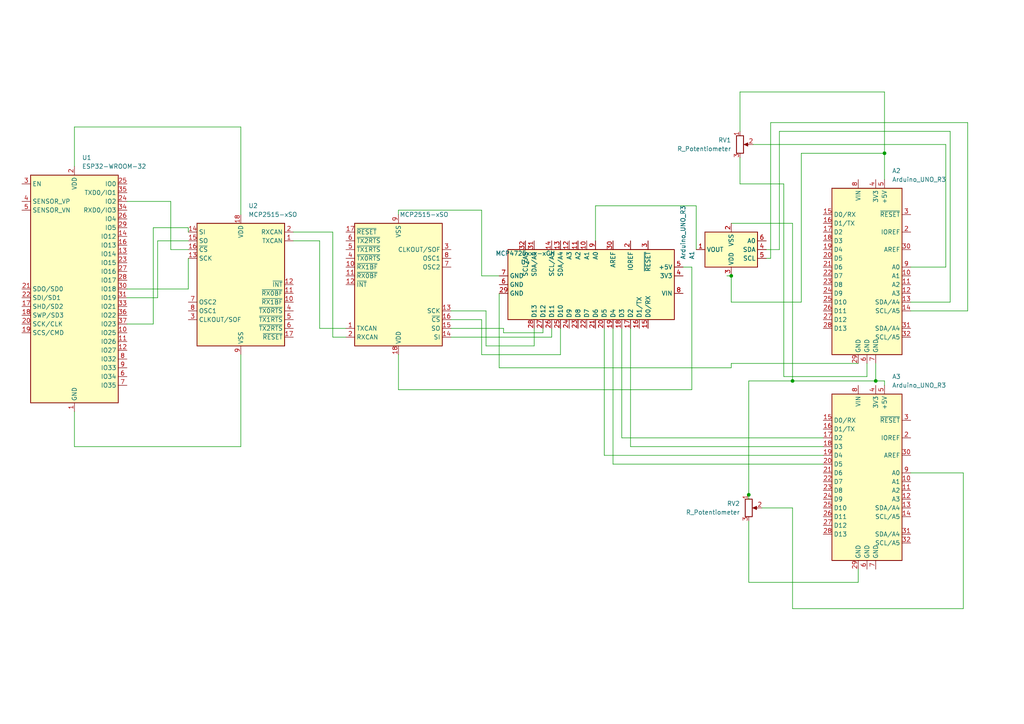
<source format=kicad_sch>
(kicad_sch (version 20230121) (generator eeschema)
  (paper "A4")
  (lib_symbols
    (symbol "Analog_DAC:MCP4725xxx-xCH"
      (property "Reference" "U" (at -6.35 6.35 0))
      (property "Value" "MCP4725xxx-xCH" (at 8.89 6.35 0))
      (symbol "MCP4725xxx-xCH_0_1"
        (rectangle (start -7.62 5.08) (end 7.62 -5.08) (stroke (width 0.254)) (fill (type background)))
      )
      (symbol "MCP4725xxx-xCH_1_1"
        (pin output line (at 10.16 0 180) (length 2.54) (name "VOUT") (number "1"))
        (pin power_in line (at 0 -7.62 90) (length 2.54) (name "VSS") (number "2"))
        (pin power_in line (at 0 7.62 270) (length 2.54) (name "VDD") (number "3"))
        (pin bidirectional line (at -10.16 0 0) (length 2.54) (name "SDA") (number "4"))
        (pin input line (at -10.16 2.54 0) (length 2.54) (name "SCL") (number "5"))
        (pin input line (at -10.16 -2.54 0) (length 2.54) (name "A0") (number "6"))
      )
    )
    (symbol "Device:R_Potentiometer" (pin_names (offset 1.016) hide)
      (property "Reference" "RV" (at -4.445 0 90))
      (property "Value" "R_Potentiometer" (at -2.54 0 90))
      (symbol "R_Potentiometer_0_1"
        (polyline (pts (xy 2.54 0) (xy 1.524 0)))
        (polyline (pts (xy 1.143 0) (xy 2.286 0.508) (xy 2.286 -0.508) (xy 1.143 0)) (fill (type outline)))
        (rectangle (start 1.016 2.54) (end -1.016 -2.54) (stroke (width 0.254)))
      )
      (symbol "R_Potentiometer_1_1"
        (pin passive line (at 0 3.81 270) (length 1.27) (name "1") (number "1"))
        (pin passive line (at 3.81 0 180) (length 1.27) (name "2") (number "2"))
        (pin passive line (at 0 -3.81 90) (length 1.27) (name "3") (number "3"))
      )
    )
    (symbol "Interface_CAN_LIN:MCP2515-xSO"
      (property "Reference" "U" (at -10.16 19.685 0))
      (property "Value" "MCP2515-xSO" (at 19.05 20.32 0))
      (symbol "MCP2515-xSO_0_1"
        (rectangle (start -12.7 17.78) (end 12.7 -17.78) (stroke (width 0.254)) (fill (type background)))
      )
      (symbol "MCP2515-xSO_1_1"
        (pin output line (at 15.24 12.7 180) (length 2.54) (name "TXCAN") (number "1"))
        (pin output line (at 15.24 -5.08 180) (length 2.54) (name "~{RX1BF}") (number "10"))
        (pin output line (at 15.24 -2.54 180) (length 2.54) (name "~{RX0BF}") (number "11"))
        (pin output line (at 15.24 0 180) (length 2.54) (name "~{INT}") (number "12"))
        (pin input line (at -15.24 7.62 0) (length 2.54) (name "SCK") (number "13"))
        (pin input line (at -15.24 15.24 0) (length 2.54) (name "SI") (number "14"))
        (pin output line (at -15.24 12.7 0) (length 2.54) (name "SO") (number "15"))
        (pin input line (at -15.24 10.16 0) (length 2.54) (name "~{CS}") (number "16"))
        (pin input line (at 15.24 -15.24 180) (length 2.54) (name "~{RESET}") (number "17"))
        (pin power_in line (at 0 20.32 270) (length 2.54) (name "VDD") (number "18"))
        (pin input line (at 15.24 15.24 180) (length 2.54) (name "RXCAN") (number "2"))
        (pin output line (at -15.24 -10.16 0) (length 2.54) (name "CLKOUT/SOF") (number "3"))
        (pin input line (at 15.24 -7.62 180) (length 2.54) (name "~{TX0RTS}") (number "4"))
        (pin input line (at 15.24 -10.16 180) (length 2.54) (name "~{TX1RTS}") (number "5"))
        (pin input line (at 15.24 -12.7 180) (length 2.54) (name "~{TX2RTS}") (number "6"))
        (pin output line (at -15.24 -5.08 0) (length 2.54) (name "OSC2") (number "7"))
        (pin input line (at -15.24 -7.62 0) (length 2.54) (name "OSC1") (number "8"))
        (pin power_in line (at 0 -20.32 90) (length 2.54) (name "VSS") (number "9"))
      )
    )
    (symbol "MCU_Module:Arduino_UNO_R3"
      (property "Reference" "A" (at -10.16 23.495 0))
      (property "Value" "Arduino_UNO_R3" (at 5.08 -26.67 0))
      (symbol "Arduino_UNO_R3_0_1"
        (rectangle (start -10.16 22.86) (end 10.16 -25.4) (stroke (width 0.254)) (fill (type background)))
      )
      (symbol "Arduino_UNO_R3_1_1"
        (pin no_connect line (at -10.16 -20.32 0) (length 2.54) hide (name "NC") (number "1"))
        (pin bidirectional line (at 12.7 -2.54 180) (length 2.54) (name "A1") (number "10"))
        (pin bidirectional line (at 12.7 -5.08 180) (length 2.54) (name "A2") (number "11"))
        (pin bidirectional line (at 12.7 -7.62 180) (length 2.54) (name "A3") (number "12"))
        (pin bidirectional line (at 12.7 -10.16 180) (length 2.54) (name "SDA/A4") (number "13"))
        (pin bidirectional line (at 12.7 -12.7 180) (length 2.54) (name "SCL/A5") (number "14"))
        (pin bidirectional line (at -12.7 15.24 0) (length 2.54) (name "D0/RX") (number "15"))
        (pin bidirectional line (at -12.7 12.7 0) (length 2.54) (name "D1/TX") (number "16"))
        (pin bidirectional line (at -12.7 10.16 0) (length 2.54) (name "D2") (number "17"))
        (pin bidirectional line (at -12.7 7.62 0) (length 2.54) (name "D3") (number "18"))
        (pin bidirectional line (at -12.7 5.08 0) (length 2.54) (name "D4") (number "19"))
        (pin output line (at 12.7 10.16 180) (length 2.54) (name "IOREF") (number "2"))
        (pin bidirectional line (at -12.7 2.54 0) (length 2.54) (name "D5") (number "20"))
        (pin bidirectional line (at -12.7 0 0) (length 2.54) (name "D6") (number "21"))
        (pin bidirectional line (at -12.7 -2.54 0) (length 2.54) (name "D7") (number "22"))
        (pin bidirectional line (at -12.7 -5.08 0) (length 2.54) (name "D8") (number "23"))
        (pin bidirectional line (at -12.7 -7.62 0) (length 2.54) (name "D9") (number "24"))
        (pin bidirectional line (at -12.7 -10.16 0) (length 2.54) (name "D10") (number "25"))
        (pin bidirectional line (at -12.7 -12.7 0) (length 2.54) (name "D11") (number "26"))
        (pin bidirectional line (at -12.7 -15.24 0) (length 2.54) (name "D12") (number "27"))
        (pin bidirectional line (at -12.7 -17.78 0) (length 2.54) (name "D13") (number "28"))
        (pin power_in line (at -2.54 -27.94 90) (length 2.54) (name "GND") (number "29"))
        (pin input line (at 12.7 15.24 180) (length 2.54) (name "~{RESET}") (number "3"))
        (pin input line (at 12.7 5.08 180) (length 2.54) (name "AREF") (number "30"))
        (pin bidirectional line (at 12.7 -17.78 180) (length 2.54) (name "SDA/A4") (number "31"))
        (pin bidirectional line (at 12.7 -20.32 180) (length 2.54) (name "SCL/A5") (number "32"))
        (pin power_out line (at 2.54 25.4 270) (length 2.54) (name "3V3") (number "4"))
        (pin power_out line (at 5.08 25.4 270) (length 2.54) (name "+5V") (number "5"))
        (pin power_in line (at 0 -27.94 90) (length 2.54) (name "GND") (number "6"))
        (pin power_in line (at 2.54 -27.94 90) (length 2.54) (name "GND") (number "7"))
        (pin power_in line (at -2.54 25.4 270) (length 2.54) (name "VIN") (number "8"))
        (pin bidirectional line (at 12.7 0 180) (length 2.54) (name "A0") (number "9"))
      )
    )
    (symbol "RF_Module:ESP32-WROOM-32"
      (property "Reference" "U" (at -12.7 34.29 0))
      (property "Value" "ESP32-WROOM-32" (at 1.27 34.29 0))
      (symbol "ESP32-WROOM-32_0_1"
        (rectangle (start -12.7 33.02) (end 12.7 -33.02) (stroke (width 0.254)) (fill (type background)))
      )
      (symbol "ESP32-WROOM-32_1_1"
        (pin power_in line (at 0 -35.56 90) (length 2.54) (name "GND") (number "1"))
        (pin bidirectional line (at 15.24 -12.7 180) (length 2.54) (name "IO25") (number "10"))
        (pin bidirectional line (at 15.24 -15.24 180) (length 2.54) (name "IO26") (number "11"))
        (pin bidirectional line (at 15.24 -17.78 180) (length 2.54) (name "IO27") (number "12"))
        (pin bidirectional line (at 15.24 10.16 180) (length 2.54) (name "IO14") (number "13"))
        (pin bidirectional line (at 15.24 15.24 180) (length 2.54) (name "IO12") (number "14"))
        (pin passive line (at 0 -35.56 90) (length 2.54) hide (name "GND") (number "15"))
        (pin bidirectional line (at 15.24 12.7 180) (length 2.54) (name "IO13") (number "16"))
        (pin bidirectional line (at -15.24 -5.08 0) (length 2.54) (name "SHD/SD2") (number "17"))
        (pin bidirectional line (at -15.24 -7.62 0) (length 2.54) (name "SWP/SD3") (number "18"))
        (pin bidirectional line (at -15.24 -12.7 0) (length 2.54) (name "SCS/CMD") (number "19"))
        (pin power_in line (at 0 35.56 270) (length 2.54) (name "VDD") (number "2"))
        (pin bidirectional line (at -15.24 -10.16 0) (length 2.54) (name "SCK/CLK") (number "20"))
        (pin bidirectional line (at -15.24 0 0) (length 2.54) (name "SDO/SD0") (number "21"))
        (pin bidirectional line (at -15.24 -2.54 0) (length 2.54) (name "SDI/SD1") (number "22"))
        (pin bidirectional line (at 15.24 7.62 180) (length 2.54) (name "IO15") (number "23"))
        (pin bidirectional line (at 15.24 25.4 180) (length 2.54) (name "IO2") (number "24"))
        (pin bidirectional line (at 15.24 30.48 180) (length 2.54) (name "IO0") (number "25"))
        (pin bidirectional line (at 15.24 20.32 180) (length 2.54) (name "IO4") (number "26"))
        (pin bidirectional line (at 15.24 5.08 180) (length 2.54) (name "IO16") (number "27"))
        (pin bidirectional line (at 15.24 2.54 180) (length 2.54) (name "IO17") (number "28"))
        (pin bidirectional line (at 15.24 17.78 180) (length 2.54) (name "IO5") (number "29"))
        (pin input line (at -15.24 30.48 0) (length 2.54) (name "EN") (number "3"))
        (pin bidirectional line (at 15.24 0 180) (length 2.54) (name "IO18") (number "30"))
        (pin bidirectional line (at 15.24 -2.54 180) (length 2.54) (name "IO19") (number "31"))
        (pin no_connect line (at -12.7 -27.94 0) (length 2.54) hide (name "NC") (number "32"))
        (pin bidirectional line (at 15.24 -5.08 180) (length 2.54) (name "IO21") (number "33"))
        (pin bidirectional line (at 15.24 22.86 180) (length 2.54) (name "RXD0/IO3") (number "34"))
        (pin bidirectional line (at 15.24 27.94 180) (length 2.54) (name "TXD0/IO1") (number "35"))
        (pin bidirectional line (at 15.24 -7.62 180) (length 2.54) (name "IO22") (number "36"))
        (pin bidirectional line (at 15.24 -10.16 180) (length 2.54) (name "IO23") (number "37"))
        (pin passive line (at 0 -35.56 90) (length 2.54) hide (name "GND") (number "38"))
        (pin passive line (at 0 -35.56 90) (length 2.54) hide (name "GND") (number "39"))
        (pin input line (at -15.24 25.4 0) (length 2.54) (name "SENSOR_VP") (number "4"))
        (pin input line (at -15.24 22.86 0) (length 2.54) (name "SENSOR_VN") (number "5"))
        (pin input line (at 15.24 -25.4 180) (length 2.54) (name "IO34") (number "6"))
        (pin input line (at 15.24 -27.94 180) (length 2.54) (name "IO35") (number "7"))
        (pin bidirectional line (at 15.24 -20.32 180) (length 2.54) (name "IO32") (number "8"))
        (pin bidirectional line (at 15.24 -22.86 180) (length 2.54) (name "IO33") (number "9"))
      )
    )
  )
  (junction (at 212.09 80.01))
  (junction (at 254 110.49))
  (junction (at 217.17 143.51))
  (junction (at 256.54 44.45))
  (junction (at 229.87 110.49))
  (wire (pts (xy 139.7 60.96) (xy 139.7 80.01)))
  (wire (pts (xy 115.57 60.96) (xy 139.7 60.96)))
  (wire (pts (xy 217.17 110.49) (xy 229.87 110.49)))
  (wire (pts (xy 280.67 90.17) (xy 280.67 35.56)))
  (wire (pts (xy 200.66 113.03) (xy 200.66 77.47)))
  (wire (pts (xy 115.57 102.87) (xy 115.57 113.03)))
  (wire (pts (xy 201.93 59.69) (xy 172.72 59.69)))
  (wire (pts (xy 146.05 96.52) (xy 157.48 96.52)))
  (wire (pts (xy 130.81 95.25) (xy 146.05 95.25)))
  (wire (pts (xy 54.61 66.04) (xy 54.61 67.31)))
  (wire (pts (xy 212.09 105.41) (xy 212.09 106.68)))
  (wire (pts (xy 144.78 106.68) (xy 212.09 106.68)))
  (wire (pts (xy 115.57 113.03) (xy 200.66 113.03)))
  (wire (pts (xy 182.88 129.54) (xy 182.88 95.25)))
  (wire (pts (xy 154.94 95.25) (xy 154.94 100.33)))
  (wire (pts (xy 180.34 127) (xy 180.34 95.25)))
  (wire (pts (xy 256.54 44.45) (xy 256.54 52.07)))
  (wire (pts (xy 238.76 132.08) (xy 175.26 132.08)))
  (wire (pts (xy 226.06 72.39) (xy 226.06 38.1)))
  (wire (pts (xy 229.87 110.49) (xy 254 110.49)))
  (wire (pts (xy 218.44 41.91) (xy 274.32 41.91)))
  (wire (pts (xy 157.48 95.25) (xy 157.48 96.52)))
  (wire (pts (xy 222.25 72.39) (xy 226.06 72.39)))
  (wire (pts (xy 238.76 127) (xy 180.34 127)))
  (wire (pts (xy 280.67 35.56) (xy 223.52 35.56)))
  (wire (pts (xy 217.17 143.51) (xy 217.17 144.78)))
  (wire (pts (xy 69.85 129.54) (xy 69.85 102.87)))
  (wire (pts (xy 140.97 100.33) (xy 154.94 100.33)))
  (wire (pts (xy 220.98 147.32) (xy 229.87 147.32)))
  (wire (pts (xy 248.92 168.91) (xy 248.92 165.1)))
  (wire (pts (xy 223.52 74.93) (xy 222.25 74.93)))
  (wire (pts (xy 256.54 111.76) (xy 256.54 110.49)))
  (wire (pts (xy 212.09 87.63) (xy 232.41 87.63)))
  (wire (pts (xy 264.16 77.47) (xy 274.32 77.47)))
  (wire (pts (xy 54.61 83.82) (xy 54.61 74.93)))
  (wire (pts (xy 217.17 110.49) (xy 217.17 143.51)))
  (wire (pts (xy 254 110.49) (xy 254 105.41)))
  (wire (pts (xy 172.72 59.69) (xy 172.72 69.85)))
  (wire (pts (xy 217.17 168.91) (xy 248.92 168.91)))
  (wire (pts (xy 45.72 69.85) (xy 54.61 69.85)))
  (wire (pts (xy 144.78 85.09) (xy 144.78 106.68)))
  (wire (pts (xy 229.87 64.77) (xy 229.87 110.49)))
  (wire (pts (xy 92.71 95.25) (xy 92.71 69.85)))
  (wire (pts (xy 254 110.49) (xy 256.54 110.49)))
  (wire (pts (xy 227.33 53.34) (xy 227.33 109.22)))
  (wire (pts (xy 229.87 176.53) (xy 279.4 176.53)))
  (wire (pts (xy 229.87 147.32) (xy 229.87 176.53)))
  (wire (pts (xy 130.81 90.17) (xy 140.97 90.17)))
  (wire (pts (xy 212.09 78.74) (xy 212.09 80.01)))
  (wire (pts (xy 36.83 86.36) (xy 45.72 86.36)))
  (wire (pts (xy 139.7 102.87) (xy 162.56 102.87)))
  (wire (pts (xy 96.52 97.79) (xy 96.52 67.31)))
  (wire (pts (xy 21.59 36.83) (xy 69.85 36.83)))
  (wire (pts (xy 256.54 26.67) (xy 256.54 44.45)))
  (wire (pts (xy 21.59 129.54) (xy 69.85 129.54)))
  (wire (pts (xy 214.63 53.34) (xy 227.33 53.34)))
  (wire (pts (xy 69.85 36.83) (xy 69.85 62.23)))
  (wire (pts (xy 214.63 38.1) (xy 214.63 26.67)))
  (wire (pts (xy 96.52 67.31) (xy 85.09 67.31)))
  (wire (pts (xy 100.33 95.25) (xy 92.71 95.25)))
  (wire (pts (xy 212.09 64.77) (xy 229.87 64.77)))
  (wire (pts (xy 238.76 129.54) (xy 182.88 129.54)))
  (wire (pts (xy 214.63 45.72) (xy 214.63 53.34)))
  (wire (pts (xy 140.97 90.17) (xy 140.97 100.33)))
  (wire (pts (xy 21.59 48.26) (xy 21.59 36.83)))
  (wire (pts (xy 274.32 41.91) (xy 274.32 77.47)))
  (wire (pts (xy 21.59 119.38) (xy 21.59 129.54)))
  (wire (pts (xy 198.12 77.47) (xy 200.66 77.47)))
  (wire (pts (xy 275.59 38.1) (xy 275.59 87.63)))
  (wire (pts (xy 139.7 80.01) (xy 144.78 80.01)))
  (wire (pts (xy 44.45 66.04) (xy 54.61 66.04)))
  (wire (pts (xy 264.16 90.17) (xy 280.67 90.17)))
  (wire (pts (xy 223.52 35.56) (xy 223.52 74.93)))
  (wire (pts (xy 100.33 97.79) (xy 96.52 97.79)))
  (wire (pts (xy 227.33 109.22) (xy 251.46 109.22)))
  (wire (pts (xy 36.83 93.98) (xy 44.45 93.98)))
  (wire (pts (xy 49.53 72.39) (xy 54.61 72.39)))
  (wire (pts (xy 251.46 109.22) (xy 251.46 105.41)))
  (wire (pts (xy 130.81 92.71) (xy 139.7 92.71)))
  (wire (pts (xy 162.56 102.87) (xy 162.56 95.25)))
  (wire (pts (xy 44.45 93.98) (xy 44.45 66.04)))
  (wire (pts (xy 130.81 97.79) (xy 160.02 97.79)))
  (wire (pts (xy 201.93 72.39) (xy 201.93 59.69)))
  (wire (pts (xy 160.02 95.25) (xy 160.02 97.79)))
  (wire (pts (xy 214.63 26.67) (xy 256.54 26.67)))
  (wire (pts (xy 210.82 80.01) (xy 212.09 80.01)))
  (wire (pts (xy 226.06 38.1) (xy 275.59 38.1)))
  (wire (pts (xy 177.8 95.25) (xy 177.8 134.62)))
  (wire (pts (xy 146.05 95.25) (xy 146.05 96.52)))
  (wire (pts (xy 45.72 86.36) (xy 45.72 69.85)))
  (wire (pts (xy 139.7 92.71) (xy 139.7 102.87)))
  (wire (pts (xy 275.59 87.63) (xy 264.16 87.63)))
  (wire (pts (xy 92.71 69.85) (xy 85.09 69.85)))
  (wire (pts (xy 212.09 80.01) (xy 212.09 87.63)))
  (wire (pts (xy 248.92 105.41) (xy 212.09 105.41)))
  (wire (pts (xy 217.17 151.13) (xy 217.17 168.91)))
  (wire (pts (xy 232.41 44.45) (xy 256.54 44.45)))
  (wire (pts (xy 175.26 132.08) (xy 175.26 95.25)))
  (wire (pts (xy 238.76 134.62) (xy 177.8 134.62)))
  (wire (pts (xy 115.57 62.23) (xy 115.57 60.96)))
  (wire (pts (xy 36.83 83.82) (xy 54.61 83.82)))
  (wire (pts (xy 36.83 58.42) (xy 49.53 58.42)))
  (wire (pts (xy 279.4 176.53) (xy 279.4 137.16)))
  (wire (pts (xy 264.16 137.16) (xy 279.4 137.16)))
  (wire (pts (xy 49.53 58.42) (xy 49.53 72.39)))
  (wire (pts (xy 232.41 87.63) (xy 232.41 44.45)))
  (symbol (lib_id "Interface_CAN_LIN:MCP2515-xSO") (at 115.57 82.55 180) (unit 1)
    (property "Reference" "U3" (effects hide))
    (property "Value" "MCP2515-xSO" (at 115.9159 62.23 0) (effects (justify right)))
    (property "Footprint" "Package_SO:SOIC-18W_7.5x11.6mm_P1.27mm" (effects hide))
    (property "Datasheet" "http://ww1.microchip.com/downloads/en/DeviceDoc/21801e.pdf" (effects hide))
  )
  (symbol (lib_id "MCU_Module:Arduino_UNO_R3") (at 251.46 137.16 0) (unit 1)
    (property "Reference" "A3" (at 258.7341 109.22 0) (effects (justify left)))
    (property "Value" "Arduino_UNO_R3" (at 258.7341 111.76 0) (effects (justify left)))
    (property "Footprint" "Module:Arduino_UNO_R3" (effects hide))
    (property "Datasheet" "https://www.arduino.cc/en/Main/arduinoBoardUno" (effects hide))
  )
  (symbol (lib_id "MCU_Module:Arduino_UNO_R3") (at 172.72 82.55 270) (mirror x) (unit 1)
    (property "Reference" "A1" (at 200.66 75.2759 0) (effects (justify left)))
    (property "Value" "Arduino_UNO_R3" (at 198.12 75.2759 0) (effects (justify left)))
    (property "Footprint" "Module:Arduino_UNO_R3" (effects hide))
    (property "Datasheet" "https://www.arduino.cc/en/Main/arduinoBoardUno" (effects hide))
  )
  (symbol (lib_id "Device:R_Potentiometer") (at 214.63 41.91 0) (unit 1)
    (property "Reference" "RV1" (at 212.09 40.64 0) (effects (justify right)))
    (property "Value" "R_Potentiometer" (at 212.09 43.18 0) (effects (justify right)))
  )
  (symbol (lib_id "Analog_DAC:MCP4725xxx-xCH") (at 212.09 72.39 180) (unit 1)
    (property "Reference" "U4" (at 152.4 76.0379 0))
    (property "Value" "MCP4725xxx-xCH" (at 152.4 73.4979 0))
    (property "Footprint" "Package_TO_SOT_SMD:SOT-23-6" (effects hide))
    (property "Datasheet" "http://ww1.microchip.com/downloads/en/DeviceDoc/22039d.pdf" (effects hide))
  )
  (symbol (lib_id "MCU_Module:Arduino_UNO_R3") (at 251.46 77.47 0) (unit 1)
    (property "Reference" "A2" (at 258.7341 49.53 0) (effects (justify left)))
    (property "Value" "Arduino_UNO_R3" (at 258.7341 52.07 0) (effects (justify left)))
    (property "Footprint" "Module:Arduino_UNO_R3" (effects hide))
    (property "Datasheet" "https://www.arduino.cc/en/Main/arduinoBoardUno" (effects hide))
  )
  (symbol (lib_id "Device:R_Potentiometer") (at 217.17 147.32 0) (unit 1)
    (property "Reference" "RV2" (at 214.63 146.05 0) (effects (justify right)))
    (property "Value" "R_Potentiometer" (at 214.63 148.59 0) (effects (justify right)))
  )
  (symbol (lib_id "RF_Module:ESP32-WROOM-32") (at 21.59 83.82 0) (unit 1)
    (property "Reference" "U1" (at 23.7841 45.72 0) (effects (justify left)))
    (property "Value" "ESP32-WROOM-32" (at 23.7841 48.26 0) (effects (justify left)))
    (property "Footprint" "RF_Module:ESP32-WROOM-32" (effects hide))
    (property "Datasheet" "https://www.espressif.com/sites/default/files/documentation/esp32-wroom-32_datasheet_en.pdf" (effects hide))
  )
  (symbol (lib_id "Interface_CAN_LIN:MCP2515-xSO") (at 69.85 82.55 0) (unit 1)
    (property "Reference" "U2" (at 72.0441 59.69 0) (effects (justify left)))
    (property "Value" "MCP2515-xSO" (at 72.0441 62.23 0) (effects (justify left)))
    (property "Footprint" "Package_SO:SOIC-18W_7.5x11.6mm_P1.27mm" (effects hide))
    (property "Datasheet" "http://ww1.microchip.com/downloads/en/DeviceDoc/21801e.pdf" (effects hide))
  )
)
</source>
